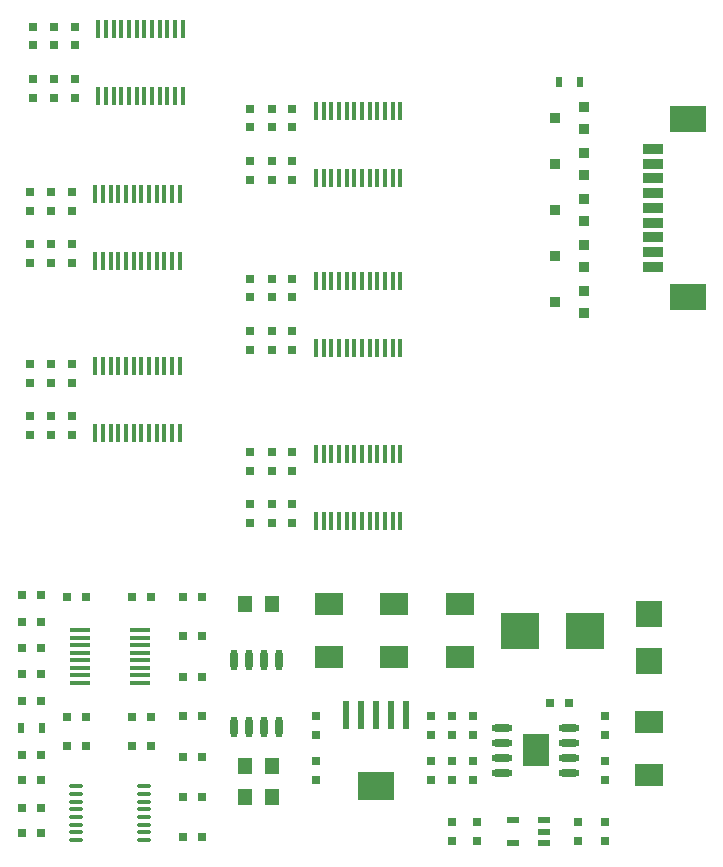
<source format=gbr>
G04*
G04 #@! TF.GenerationSoftware,Altium Limited,Altium Designer,24.1.2 (44)*
G04*
G04 Layer_Color=8421504*
%FSLAX44Y44*%
%MOMM*%
G71*
G04*
G04 #@! TF.SameCoordinates,5A935687-884A-4F64-8E33-7EEF87A7B93E*
G04*
G04*
G04 #@! TF.FilePolarity,Positive*
G04*
G01*
G75*
%ADD20R,0.6000X0.9000*%
%ADD21R,2.3622X1.8796*%
%ADD22R,3.0988X2.2098*%
%ADD23R,1.7018X0.8128*%
%ADD24R,0.4000X1.5000*%
%ADD25R,0.8000X0.7000*%
%ADD26R,0.7000X0.8000*%
%ADD27R,1.2696X1.3462*%
%ADD28O,0.6000X1.8000*%
%ADD29R,1.0000X0.6000*%
%ADD30R,0.9500X0.9000*%
%ADD31R,2.3000X2.2860*%
%ADD32R,3.3000X3.1500*%
%ADD33O,1.8000X0.6000*%
%ADD34R,2.3000X2.8000*%
%ADD35R,3.1725X2.3455*%
%ADD36R,0.6325X2.3455*%
%ADD37O,1.3000X0.3500*%
%ADD38R,1.8000X0.4000*%
D20*
X688874Y698268D02*
D03*
X670715Y698267D02*
D03*
X233441Y150985D02*
D03*
X215282Y150984D02*
D03*
D21*
X476120Y211447D02*
D03*
Y256151D02*
D03*
X747061Y156464D02*
D03*
Y111760D02*
D03*
X586740Y211328D02*
D03*
Y256032D02*
D03*
X530860D02*
D03*
Y211328D02*
D03*
D22*
X779955Y516252D02*
D03*
Y667252D02*
D03*
D23*
X750955Y641752D02*
D03*
Y629252D02*
D03*
Y616752D02*
D03*
Y604252D02*
D03*
Y591752D02*
D03*
Y579252D02*
D03*
Y566752D02*
D03*
Y554252D02*
D03*
Y541752D02*
D03*
D24*
X281010Y686806D02*
D03*
X287510D02*
D03*
X294010D02*
D03*
X300510D02*
D03*
X307010D02*
D03*
X313510D02*
D03*
X320010D02*
D03*
X326510D02*
D03*
X333010D02*
D03*
X339510D02*
D03*
X346010D02*
D03*
X352510D02*
D03*
Y743194D02*
D03*
X346010D02*
D03*
X339510D02*
D03*
X333010D02*
D03*
X326510D02*
D03*
X320010D02*
D03*
X313510D02*
D03*
X307010D02*
D03*
X300510D02*
D03*
X294010D02*
D03*
X287510D02*
D03*
X281010D02*
D03*
X465150Y673811D02*
D03*
X471650D02*
D03*
X478150D02*
D03*
X484650D02*
D03*
X491150D02*
D03*
X497650D02*
D03*
X504150D02*
D03*
X510650D02*
D03*
X517150D02*
D03*
X523650D02*
D03*
X530150D02*
D03*
X536650D02*
D03*
Y617423D02*
D03*
X530150D02*
D03*
X523650D02*
D03*
X517150D02*
D03*
X510650D02*
D03*
X504150D02*
D03*
X497650D02*
D03*
X491150D02*
D03*
X484650D02*
D03*
X478150D02*
D03*
X471650D02*
D03*
X465150D02*
D03*
Y326806D02*
D03*
X471650D02*
D03*
X478150D02*
D03*
X484650D02*
D03*
X491150D02*
D03*
X497650D02*
D03*
X504150D02*
D03*
X510650D02*
D03*
X517150D02*
D03*
X523650D02*
D03*
X530150D02*
D03*
X536650D02*
D03*
Y383194D02*
D03*
X530150D02*
D03*
X523650D02*
D03*
X517150D02*
D03*
X510650D02*
D03*
X504150D02*
D03*
X497650D02*
D03*
X491150D02*
D03*
X484650D02*
D03*
X478150D02*
D03*
X471650D02*
D03*
X465150D02*
D03*
X278470Y401423D02*
D03*
X284970D02*
D03*
X291470D02*
D03*
X297970D02*
D03*
X304470D02*
D03*
X310970D02*
D03*
X317470D02*
D03*
X323970D02*
D03*
X330470D02*
D03*
X336970D02*
D03*
X343470D02*
D03*
X349970D02*
D03*
Y457811D02*
D03*
X343470D02*
D03*
X336970D02*
D03*
X330470D02*
D03*
X323970D02*
D03*
X317470D02*
D03*
X310970D02*
D03*
X304470D02*
D03*
X297970D02*
D03*
X291470D02*
D03*
X284970D02*
D03*
X278470D02*
D03*
Y546867D02*
D03*
X284970D02*
D03*
X291470D02*
D03*
X297970D02*
D03*
X304470D02*
D03*
X310970D02*
D03*
X317470D02*
D03*
X323970D02*
D03*
X330470D02*
D03*
X336970D02*
D03*
X343470D02*
D03*
X349970D02*
D03*
Y603255D02*
D03*
X343470D02*
D03*
X336970D02*
D03*
X330470D02*
D03*
X323970D02*
D03*
X317470D02*
D03*
X310970D02*
D03*
X304470D02*
D03*
X297970D02*
D03*
X291470D02*
D03*
X284970D02*
D03*
X278470D02*
D03*
X465150Y473423D02*
D03*
X471650D02*
D03*
X478150D02*
D03*
X484650D02*
D03*
X491150D02*
D03*
X497650D02*
D03*
X504150D02*
D03*
X510650D02*
D03*
X517150D02*
D03*
X523650D02*
D03*
X530150D02*
D03*
X536650D02*
D03*
Y529811D02*
D03*
X530150D02*
D03*
X523650D02*
D03*
X517150D02*
D03*
X510650D02*
D03*
X504150D02*
D03*
X497650D02*
D03*
X491150D02*
D03*
X484650D02*
D03*
X478150D02*
D03*
X471650D02*
D03*
X465150D02*
D03*
D25*
X445020Y675857D02*
D03*
Y659857D02*
D03*
X225320Y700759D02*
D03*
Y684759D02*
D03*
Y745239D02*
D03*
Y729239D02*
D03*
X260880Y729241D02*
D03*
Y745241D02*
D03*
X243540Y729241D02*
D03*
Y745241D02*
D03*
Y700759D02*
D03*
Y684759D02*
D03*
X260880Y684761D02*
D03*
Y700761D02*
D03*
X409460Y631376D02*
D03*
Y615376D02*
D03*
Y675856D02*
D03*
Y659856D02*
D03*
X427680Y659857D02*
D03*
Y675857D02*
D03*
Y631376D02*
D03*
Y615376D02*
D03*
X445020Y615378D02*
D03*
Y631378D02*
D03*
X427680Y369240D02*
D03*
Y385240D02*
D03*
X241000Y459857D02*
D03*
Y443857D02*
D03*
X427680Y531857D02*
D03*
Y515857D02*
D03*
X241000Y605301D02*
D03*
Y589301D02*
D03*
X445020Y385240D02*
D03*
Y369240D02*
D03*
Y340761D02*
D03*
Y324761D02*
D03*
X427680Y324759D02*
D03*
Y340759D02*
D03*
X258340Y459857D02*
D03*
Y443857D02*
D03*
X241000Y399376D02*
D03*
Y415376D02*
D03*
X258340Y415378D02*
D03*
Y399378D02*
D03*
X445020Y515857D02*
D03*
Y531857D02*
D03*
X427680Y471376D02*
D03*
Y487376D02*
D03*
X445020Y487378D02*
D03*
Y471378D02*
D03*
X241000Y544820D02*
D03*
Y560820D02*
D03*
X258340Y605301D02*
D03*
Y589301D02*
D03*
X222780Y589300D02*
D03*
Y605300D02*
D03*
X258340Y560822D02*
D03*
Y544822D02*
D03*
X409460Y369239D02*
D03*
Y385239D02*
D03*
Y324759D02*
D03*
Y340759D02*
D03*
X222780Y443856D02*
D03*
Y459856D02*
D03*
X409460Y515856D02*
D03*
Y531856D02*
D03*
X222780Y399376D02*
D03*
Y415376D02*
D03*
X409460Y471376D02*
D03*
Y487376D02*
D03*
X222780Y544820D02*
D03*
Y560820D02*
D03*
X709740Y71671D02*
D03*
Y55671D02*
D03*
X580670Y71671D02*
D03*
Y55671D02*
D03*
X687080D02*
D03*
Y71671D02*
D03*
X601970D02*
D03*
Y55671D02*
D03*
X709740Y123053D02*
D03*
Y107053D02*
D03*
X580670Y123054D02*
D03*
Y107054D02*
D03*
X709740Y161169D02*
D03*
Y145169D02*
D03*
X580670Y161170D02*
D03*
Y145170D02*
D03*
X597970Y123054D02*
D03*
Y107054D02*
D03*
Y161170D02*
D03*
Y145170D02*
D03*
X562469Y107054D02*
D03*
Y123054D02*
D03*
X464820Y107054D02*
D03*
Y123054D02*
D03*
Y145169D02*
D03*
Y161169D02*
D03*
X562469Y145169D02*
D03*
Y161169D02*
D03*
D26*
X232550Y263917D02*
D03*
X216550D02*
D03*
X232551Y128579D02*
D03*
X216551D02*
D03*
X216550Y174291D02*
D03*
X232550D02*
D03*
X216550Y196698D02*
D03*
X232550D02*
D03*
X216550Y219104D02*
D03*
X232550D02*
D03*
X232552Y241510D02*
D03*
X216552D02*
D03*
X216550Y107073D02*
D03*
X232550D02*
D03*
X232551Y83766D02*
D03*
X216551D02*
D03*
X216550Y62260D02*
D03*
X232550D02*
D03*
X309710Y135881D02*
D03*
X325710D02*
D03*
X663560Y172720D02*
D03*
X679560D02*
D03*
X270441Y135881D02*
D03*
X254441D02*
D03*
X254442Y261917D02*
D03*
X270442D02*
D03*
X325711D02*
D03*
X309711D02*
D03*
X270442Y161088D02*
D03*
X254442D02*
D03*
X309711D02*
D03*
X325711D02*
D03*
X368679Y229057D02*
D03*
X352679D02*
D03*
X352681Y161539D02*
D03*
X368681D02*
D03*
X352680Y194398D02*
D03*
X368680D02*
D03*
X368680Y261917D02*
D03*
X352680D02*
D03*
X368680Y126879D02*
D03*
X352680D02*
D03*
X368680Y59360D02*
D03*
X352680D02*
D03*
X368680Y93119D02*
D03*
X352680D02*
D03*
D27*
X428216D02*
D03*
X405352D02*
D03*
X428216Y119554D02*
D03*
X405352D02*
D03*
X427604Y256278D02*
D03*
X404740D02*
D03*
D28*
X434072Y208922D02*
D03*
X421372D02*
D03*
X408672D02*
D03*
X395972D02*
D03*
X434072Y152422D02*
D03*
X421372D02*
D03*
X408672D02*
D03*
X395972D02*
D03*
D29*
X632410Y54171D02*
D03*
Y73171D02*
D03*
X657910D02*
D03*
Y63671D02*
D03*
Y54171D02*
D03*
D30*
X692484Y521644D02*
D03*
X667484Y512144D02*
D03*
X692484Y502644D02*
D03*
Y560536D02*
D03*
X667484Y551036D02*
D03*
X692484Y541536D02*
D03*
Y599428D02*
D03*
X667484Y589928D02*
D03*
X692484Y580428D02*
D03*
Y638320D02*
D03*
X667484Y628820D02*
D03*
X692484Y619320D02*
D03*
Y658211D02*
D03*
X667484Y667711D02*
D03*
X692484Y677211D02*
D03*
D31*
X747061Y207957D02*
D03*
Y247957D02*
D03*
D32*
X692980Y233680D02*
D03*
X637980D02*
D03*
D33*
X623060Y151384D02*
D03*
Y138684D02*
D03*
Y125984D02*
D03*
Y113284D02*
D03*
X679560Y151384D02*
D03*
Y138684D02*
D03*
Y125984D02*
D03*
Y113284D02*
D03*
D34*
X651310Y132334D02*
D03*
D35*
X515620Y101977D02*
D03*
D36*
X490220Y162183D02*
D03*
X502920D02*
D03*
X515620D02*
D03*
X528320D02*
D03*
X541020D02*
D03*
D37*
X262426Y102010D02*
D03*
Y95510D02*
D03*
Y89010D02*
D03*
Y82510D02*
D03*
Y76010D02*
D03*
Y69510D02*
D03*
Y63010D02*
D03*
Y56510D02*
D03*
X319426Y102010D02*
D03*
Y95510D02*
D03*
Y89010D02*
D03*
Y82510D02*
D03*
Y76010D02*
D03*
Y69510D02*
D03*
Y63010D02*
D03*
Y56510D02*
D03*
D38*
X316453Y234177D02*
D03*
Y227827D02*
D03*
Y221477D02*
D03*
Y215127D02*
D03*
Y208777D02*
D03*
Y202427D02*
D03*
Y196077D02*
D03*
Y189727D02*
D03*
X265399D02*
D03*
Y196077D02*
D03*
Y202427D02*
D03*
Y208777D02*
D03*
Y215127D02*
D03*
Y221477D02*
D03*
Y227827D02*
D03*
Y234177D02*
D03*
M02*

</source>
